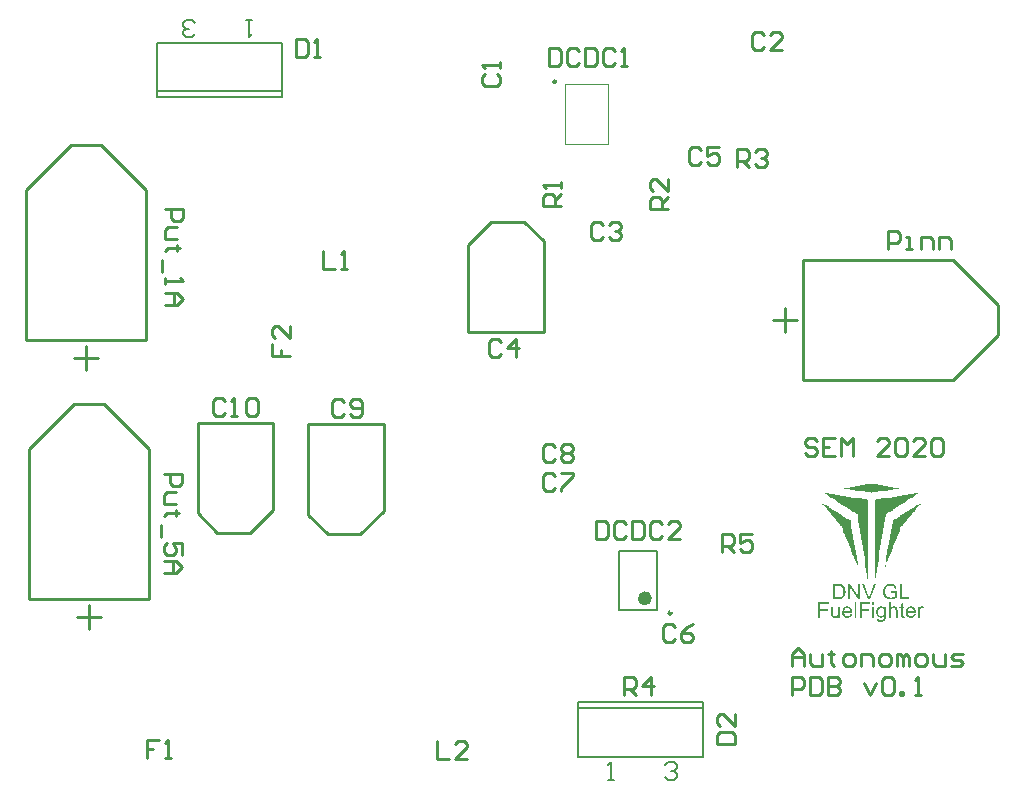
<source format=gbr>
%TF.GenerationSoftware,Altium Limited,Altium Designer,19.1.8 (144)*%
G04 Layer_Color=65535*
%FSLAX26Y26*%
%MOIN*%
%TF.FileFunction,Legend,Top*%
%TF.Part,Single*%
G01*
G75*
%TA.AperFunction,NonConductor*%
%ADD27C,0.010000*%
%ADD43C,0.023622*%
%ADD44C,0.009842*%
%ADD45C,0.007874*%
%ADD46C,0.003937*%
%ADD47C,0.005906*%
G36*
X2836779Y1000653D02*
X2854315D01*
Y997731D01*
X2871852D01*
Y994808D01*
X2889388D01*
Y991885D01*
X2906924D01*
Y988962D01*
X2924460D01*
Y986040D01*
X2906924D01*
Y983117D01*
X2889388D01*
Y980194D01*
X2871852D01*
Y977271D01*
X2854315D01*
Y974349D01*
X2836779D01*
Y971426D01*
X2830934D01*
Y974349D01*
X2813397D01*
Y977271D01*
X2795861D01*
Y980194D01*
X2778325D01*
Y983117D01*
X2760788D01*
Y986040D01*
X2743252D01*
Y988962D01*
X2760788D01*
Y991885D01*
X2778325D01*
Y994808D01*
X2795861D01*
Y997731D01*
X2813397D01*
Y1000653D01*
X2830934D01*
Y1003576D01*
X2836779D01*
Y1000653D01*
D02*
G37*
G36*
X2997528Y933431D02*
X2994606D01*
Y930508D01*
X2991683D01*
Y927585D01*
X2988760D01*
Y924663D01*
X2985837D01*
Y921740D01*
X2982915D01*
Y918817D01*
Y915894D01*
X2979992D01*
Y912972D01*
X2977069D01*
Y910049D01*
X2974146D01*
Y907126D01*
X2971224D01*
Y904204D01*
X2968301D01*
Y901281D01*
Y898358D01*
X2965378D01*
Y895436D01*
X2962456D01*
Y892513D01*
X2959533D01*
Y889590D01*
X2956610D01*
Y886667D01*
X2953688D01*
Y883745D01*
Y880822D01*
X2950765D01*
Y877899D01*
X2947842D01*
Y874976D01*
X2944919D01*
Y872054D01*
X2941997D01*
Y869131D01*
X2939074D01*
Y866208D01*
Y863286D01*
X2936151D01*
Y860363D01*
X2933229D01*
Y857440D01*
X2930306D01*
Y854518D01*
Y851595D01*
Y848672D01*
X2927383D01*
Y845749D01*
Y842827D01*
X2924460D01*
Y839904D01*
Y836981D01*
Y834058D01*
X2921538D01*
Y831136D01*
Y828213D01*
X2918615D01*
Y825290D01*
Y822368D01*
Y819445D01*
X2915692D01*
Y816522D01*
Y813600D01*
X2912769D01*
Y810677D01*
Y807754D01*
Y804831D01*
X2909847D01*
Y801909D01*
Y798986D01*
X2906924D01*
Y796063D01*
Y793140D01*
Y790218D01*
X2904001D01*
Y787295D01*
Y784372D01*
X2901079D01*
Y781450D01*
Y778527D01*
Y775604D01*
X2898156D01*
Y772681D01*
Y769759D01*
X2895233D01*
Y766836D01*
Y763913D01*
Y760991D01*
X2892311D01*
Y758068D01*
Y755145D01*
X2889388D01*
Y752222D01*
Y749300D01*
Y746377D01*
X2886465D01*
Y743454D01*
Y740532D01*
X2883542D01*
Y737609D01*
Y734686D01*
Y731763D01*
X2880620D01*
Y734686D01*
Y737609D01*
Y740532D01*
Y743454D01*
Y746377D01*
Y749300D01*
X2883542D01*
Y752222D01*
Y755145D01*
Y758068D01*
Y760991D01*
Y763913D01*
Y766836D01*
X2886465D01*
Y769759D01*
Y772681D01*
Y775604D01*
Y778527D01*
Y781450D01*
Y784372D01*
X2889388D01*
Y787295D01*
Y790218D01*
Y793140D01*
Y796063D01*
Y798986D01*
X2892311D01*
Y801909D01*
Y804831D01*
Y807754D01*
Y810677D01*
Y813600D01*
Y816522D01*
X2895233D01*
Y819445D01*
Y822368D01*
Y825290D01*
Y828213D01*
Y831136D01*
Y834058D01*
X2898156D01*
Y836981D01*
Y839904D01*
Y842827D01*
Y845749D01*
Y848672D01*
Y851595D01*
X2901079D01*
Y854518D01*
Y857440D01*
Y860363D01*
Y863286D01*
Y866208D01*
Y869131D01*
X2904001D01*
Y872054D01*
Y874976D01*
Y877899D01*
Y880822D01*
X2909847D01*
Y883745D01*
X2912769D01*
Y886667D01*
X2918615D01*
Y889590D01*
X2921538D01*
Y892513D01*
X2927383D01*
Y895436D01*
X2930306D01*
Y898358D01*
X2936151D01*
Y901281D01*
X2941997D01*
Y904204D01*
X2944919D01*
Y907126D01*
X2950765D01*
Y910049D01*
X2953688D01*
Y912972D01*
X2959533D01*
Y915894D01*
X2962456D01*
Y918817D01*
X2968301D01*
Y921740D01*
X2974146D01*
Y924663D01*
X2977069D01*
Y927585D01*
X2982915D01*
Y930508D01*
X2985837D01*
Y933431D01*
X2991683D01*
Y936354D01*
X2997528D01*
Y933431D01*
D02*
G37*
G36*
X2676030D02*
X2681875D01*
Y930508D01*
X2684798D01*
Y927585D01*
X2690643D01*
Y924663D01*
X2693566D01*
Y921740D01*
X2699411D01*
Y918817D01*
X2702334D01*
Y915894D01*
X2708180D01*
Y912972D01*
X2714025D01*
Y910049D01*
X2716948D01*
Y907126D01*
X2722793D01*
Y904204D01*
X2725716D01*
Y901281D01*
X2731561D01*
Y898358D01*
X2734484D01*
Y895436D01*
X2740329D01*
Y892513D01*
X2746175D01*
Y889590D01*
X2749097D01*
Y886667D01*
X2754943D01*
Y883745D01*
X2757866D01*
Y880822D01*
X2763711D01*
Y877899D01*
Y874976D01*
Y872054D01*
Y869131D01*
X2766634D01*
Y866208D01*
Y863286D01*
Y860363D01*
Y857440D01*
Y854518D01*
Y851595D01*
X2769557D01*
Y848672D01*
Y845749D01*
Y842827D01*
Y839904D01*
Y836981D01*
Y834058D01*
X2772479D01*
Y831136D01*
Y828213D01*
Y825290D01*
Y822368D01*
Y819445D01*
Y816522D01*
X2775402D01*
Y813600D01*
Y810677D01*
Y807754D01*
Y804831D01*
Y801909D01*
Y798986D01*
X2778325D01*
Y796063D01*
Y793140D01*
Y790218D01*
Y787295D01*
Y784372D01*
Y781450D01*
X2781247D01*
Y778527D01*
Y775604D01*
Y772681D01*
Y769759D01*
Y766836D01*
Y763913D01*
X2784170D01*
Y760991D01*
Y758068D01*
Y755145D01*
Y752222D01*
Y749300D01*
Y746377D01*
X2787093D01*
Y743454D01*
Y740532D01*
Y737609D01*
Y734686D01*
Y731763D01*
X2784170D01*
Y734686D01*
Y737609D01*
X2781247D01*
Y740532D01*
Y743454D01*
Y746377D01*
X2778325D01*
Y749300D01*
Y752222D01*
X2775402D01*
Y755145D01*
Y758068D01*
Y760991D01*
X2772479D01*
Y763913D01*
Y766836D01*
X2769557D01*
Y769759D01*
Y772681D01*
Y775604D01*
X2766634D01*
Y778527D01*
Y781450D01*
X2763711D01*
Y784372D01*
Y787295D01*
Y790218D01*
X2760788D01*
Y793140D01*
Y796063D01*
X2757866D01*
Y798986D01*
Y801909D01*
Y804831D01*
X2754943D01*
Y807754D01*
Y810677D01*
X2752020D01*
Y813600D01*
Y816522D01*
Y819445D01*
X2749097D01*
Y822368D01*
Y825290D01*
X2746175D01*
Y828213D01*
Y831136D01*
Y834058D01*
X2743252D01*
Y836981D01*
Y839904D01*
X2740329D01*
Y842827D01*
Y845749D01*
Y848672D01*
X2737407D01*
Y851595D01*
Y854518D01*
X2734484D01*
Y857440D01*
Y860363D01*
X2731561D01*
Y863286D01*
X2728639D01*
Y866208D01*
Y869131D01*
X2725716D01*
Y872054D01*
X2722793D01*
Y874976D01*
X2719870D01*
Y877899D01*
X2716948D01*
Y880822D01*
X2714025D01*
Y883745D01*
Y886667D01*
X2711102D01*
Y889590D01*
X2708180D01*
Y892513D01*
X2705257D01*
Y895436D01*
X2702334D01*
Y898358D01*
X2699411D01*
Y901281D01*
Y904204D01*
X2696489D01*
Y907126D01*
X2693566D01*
Y910049D01*
X2690643D01*
Y912972D01*
X2687720D01*
Y915894D01*
X2684798D01*
Y918817D01*
Y921740D01*
X2681875D01*
Y924663D01*
X2678952D01*
Y927585D01*
X2676030D01*
Y930508D01*
X2673107D01*
Y933431D01*
X2670184D01*
Y936354D01*
X2676030D01*
Y933431D01*
D02*
G37*
G36*
X2880620Y728841D02*
Y725918D01*
X2877697D01*
Y728841D01*
Y731763D01*
X2880620D01*
Y728841D01*
D02*
G37*
G36*
X2790015Y725918D02*
Y722995D01*
X2787093D01*
Y725918D01*
Y728841D01*
X2790015D01*
Y725918D01*
D02*
G37*
G36*
X2988760Y968503D02*
X2982915D01*
Y965581D01*
X2979992D01*
Y962658D01*
X2974146D01*
Y959735D01*
X2971224D01*
Y956812D01*
X2965378D01*
Y953890D01*
X2962456D01*
Y950967D01*
X2956610D01*
Y948044D01*
X2953688D01*
Y945122D01*
X2947842D01*
Y942199D01*
X2944919D01*
Y939276D01*
X2939074D01*
Y936354D01*
X2933229D01*
Y933431D01*
X2930306D01*
Y930508D01*
X2924460D01*
Y927585D01*
X2921538D01*
Y924663D01*
X2915692D01*
Y921740D01*
X2912769D01*
Y918817D01*
X2906924D01*
Y915894D01*
X2904001D01*
Y912972D01*
X2898156D01*
Y910049D01*
X2895233D01*
Y907126D01*
X2889388D01*
Y904204D01*
X2886465D01*
Y901281D01*
X2880620D01*
Y898358D01*
Y895436D01*
Y892513D01*
X2877697D01*
Y889590D01*
Y886667D01*
Y883745D01*
Y880822D01*
Y877899D01*
Y874976D01*
X2874774D01*
Y872054D01*
Y869131D01*
Y866208D01*
Y863286D01*
Y860363D01*
Y857440D01*
Y854518D01*
X2871852D01*
Y851595D01*
Y848672D01*
Y845749D01*
Y842827D01*
Y839904D01*
Y836981D01*
X2868929D01*
Y834058D01*
Y831136D01*
Y828213D01*
Y825290D01*
Y822368D01*
Y819445D01*
X2866006D01*
Y816522D01*
Y813600D01*
Y810677D01*
Y807754D01*
Y804831D01*
Y801909D01*
Y798986D01*
X2863083D01*
Y796063D01*
Y793140D01*
Y790218D01*
Y787295D01*
Y784372D01*
Y781450D01*
X2860161D01*
Y778527D01*
Y775604D01*
Y772681D01*
Y769759D01*
Y766836D01*
Y763913D01*
Y760991D01*
X2857238D01*
Y758068D01*
Y755145D01*
Y752222D01*
Y749300D01*
Y746377D01*
Y743454D01*
X2854315D01*
Y740532D01*
Y737609D01*
Y734686D01*
Y731763D01*
Y728841D01*
Y725918D01*
X2851393D01*
Y722995D01*
Y720073D01*
Y717150D01*
Y714227D01*
Y711304D01*
Y708382D01*
Y705459D01*
X2848470D01*
Y702536D01*
Y699614D01*
Y696691D01*
Y693768D01*
Y690845D01*
Y687923D01*
X2845547D01*
Y690845D01*
Y693768D01*
Y696691D01*
Y699614D01*
Y702536D01*
Y705459D01*
Y708382D01*
Y711304D01*
Y714227D01*
Y717150D01*
Y720073D01*
Y722995D01*
Y725918D01*
Y728841D01*
Y731763D01*
Y734686D01*
Y737609D01*
Y740532D01*
Y743454D01*
Y746377D01*
Y749300D01*
Y752222D01*
Y755145D01*
Y758068D01*
Y760991D01*
Y763913D01*
Y766836D01*
Y769759D01*
Y772681D01*
Y775604D01*
Y778527D01*
Y781450D01*
Y784372D01*
Y787295D01*
Y790218D01*
Y793140D01*
Y796063D01*
Y798986D01*
Y801909D01*
Y804831D01*
Y807754D01*
Y810677D01*
Y813600D01*
Y816522D01*
Y819445D01*
Y822368D01*
Y825290D01*
Y828213D01*
Y831136D01*
Y834058D01*
Y836981D01*
Y839904D01*
Y842827D01*
Y845749D01*
Y848672D01*
Y851595D01*
Y854518D01*
Y857440D01*
Y860363D01*
Y863286D01*
Y866208D01*
Y869131D01*
Y872054D01*
Y874976D01*
Y877899D01*
Y880822D01*
Y883745D01*
Y886667D01*
Y889590D01*
Y892513D01*
Y895436D01*
Y898358D01*
Y901281D01*
Y904204D01*
Y907126D01*
Y910049D01*
Y912972D01*
Y915894D01*
Y918817D01*
Y921740D01*
Y924663D01*
Y927585D01*
Y930508D01*
Y933431D01*
Y936354D01*
Y939276D01*
Y942199D01*
Y945122D01*
Y948044D01*
X2848470D01*
Y950967D01*
X2866006D01*
Y953890D01*
X2883542D01*
Y956812D01*
X2901079D01*
Y959735D01*
X2918615D01*
Y962658D01*
X2936151D01*
Y965581D01*
X2956610D01*
Y968503D01*
X2974146D01*
Y971426D01*
X2988760D01*
Y968503D01*
D02*
G37*
G36*
X2693566D02*
X2711102D01*
Y965581D01*
X2728639D01*
Y962658D01*
X2749097D01*
Y959735D01*
X2766634D01*
Y956812D01*
X2784170D01*
Y953890D01*
X2801706D01*
Y950967D01*
X2819243D01*
Y948044D01*
X2822165D01*
Y945122D01*
Y942199D01*
Y939276D01*
Y936354D01*
Y933431D01*
Y930508D01*
Y927585D01*
Y924663D01*
Y921740D01*
Y918817D01*
Y915894D01*
Y912972D01*
Y910049D01*
Y907126D01*
Y904204D01*
Y901281D01*
Y898358D01*
Y895436D01*
Y892513D01*
Y889590D01*
Y886667D01*
Y883745D01*
Y880822D01*
Y877899D01*
Y874976D01*
Y872054D01*
Y869131D01*
Y866208D01*
Y863286D01*
Y860363D01*
Y857440D01*
Y854518D01*
Y851595D01*
Y848672D01*
Y845749D01*
Y842827D01*
Y839904D01*
Y836981D01*
Y834058D01*
Y831136D01*
Y828213D01*
Y825290D01*
Y822368D01*
Y819445D01*
Y816522D01*
Y813600D01*
Y810677D01*
Y807754D01*
Y804831D01*
Y801909D01*
Y798986D01*
Y796063D01*
Y793140D01*
Y790218D01*
Y787295D01*
Y784372D01*
Y781450D01*
Y778527D01*
Y775604D01*
Y772681D01*
Y769759D01*
Y766836D01*
Y763913D01*
Y760991D01*
Y758068D01*
Y755145D01*
Y752222D01*
Y749300D01*
Y746377D01*
Y743454D01*
Y740532D01*
Y737609D01*
Y734686D01*
Y731763D01*
Y728841D01*
Y725918D01*
Y722995D01*
Y720073D01*
Y717150D01*
Y714227D01*
Y711304D01*
Y708382D01*
Y705459D01*
Y702536D01*
Y699614D01*
Y696691D01*
Y693768D01*
Y690845D01*
Y687923D01*
Y685000D01*
X2819243D01*
Y687923D01*
Y690845D01*
Y693768D01*
Y696691D01*
Y699614D01*
Y702536D01*
Y705459D01*
X2816320D01*
Y708382D01*
Y711304D01*
Y714227D01*
Y717150D01*
Y720073D01*
Y722995D01*
X2813397D01*
Y725918D01*
Y728841D01*
Y731763D01*
Y734686D01*
Y737609D01*
Y740532D01*
Y743454D01*
X2810474D01*
Y746377D01*
Y749300D01*
Y752222D01*
Y755145D01*
Y758068D01*
Y760991D01*
X2807552D01*
Y763913D01*
Y766836D01*
Y769759D01*
Y772681D01*
Y775604D01*
Y778527D01*
X2804629D01*
Y781450D01*
Y784372D01*
Y787295D01*
Y790218D01*
Y793140D01*
Y796063D01*
Y798986D01*
X2801706D01*
Y801909D01*
Y804831D01*
Y807754D01*
Y810677D01*
Y813600D01*
Y816522D01*
X2798784D01*
Y819445D01*
Y822368D01*
Y825290D01*
Y828213D01*
Y831136D01*
Y834058D01*
Y836981D01*
X2795861D01*
Y839904D01*
Y842827D01*
Y845749D01*
Y848672D01*
Y851595D01*
Y854518D01*
X2792938D01*
Y857440D01*
Y860363D01*
Y863286D01*
Y866208D01*
Y869131D01*
Y872054D01*
X2790015D01*
Y874976D01*
Y877899D01*
Y880822D01*
Y883745D01*
Y886667D01*
Y889590D01*
Y892513D01*
X2787093D01*
Y895436D01*
Y898358D01*
Y901281D01*
X2781247D01*
Y904204D01*
X2778325D01*
Y907126D01*
X2772479D01*
Y910049D01*
X2769557D01*
Y912972D01*
X2763711D01*
Y915894D01*
X2760788D01*
Y918817D01*
X2754943D01*
Y921740D01*
X2752020D01*
Y924663D01*
X2746175D01*
Y927585D01*
X2740329D01*
Y930508D01*
X2737407D01*
Y933431D01*
X2731561D01*
Y936354D01*
X2728639D01*
Y939276D01*
X2722793D01*
Y942199D01*
X2719870D01*
Y945122D01*
X2714025D01*
Y948044D01*
X2711102D01*
Y950967D01*
X2705257D01*
Y953890D01*
X2702334D01*
Y956812D01*
X2696489D01*
Y959735D01*
X2693566D01*
Y962658D01*
X2687720D01*
Y965581D01*
X2684798D01*
Y968503D01*
X2678952D01*
Y971426D01*
X2693566D01*
Y968503D01*
D02*
G37*
G36*
X2898776Y669465D02*
X2899359D01*
X2900744Y669319D01*
X2902275Y669100D01*
X2903879Y668736D01*
X2905629Y668298D01*
X2907305Y667715D01*
X2907378D01*
X2907524Y667642D01*
X2907743Y667569D01*
X2908034Y667423D01*
X2908836Y666986D01*
X2909857Y666476D01*
X2910950Y665747D01*
X2912117Y664872D01*
X2913210Y663924D01*
X2914231Y662758D01*
X2914377Y662612D01*
X2914668Y662174D01*
X2915106Y661518D01*
X2915689Y660571D01*
X2916272Y659404D01*
X2916928Y657946D01*
X2917584Y656342D01*
X2918095Y654520D01*
X2912044Y652916D01*
Y652989D01*
X2911971Y653062D01*
X2911898Y653281D01*
X2911825Y653572D01*
X2911606Y654228D01*
X2911315Y655103D01*
X2910877Y656124D01*
X2910367Y657072D01*
X2909857Y658092D01*
X2909201Y658967D01*
X2909128Y659040D01*
X2908909Y659331D01*
X2908472Y659696D01*
X2907961Y660206D01*
X2907305Y660789D01*
X2906430Y661373D01*
X2905483Y661956D01*
X2904389Y662466D01*
X2904244Y662539D01*
X2903879Y662685D01*
X2903223Y662904D01*
X2902348Y663195D01*
X2901327Y663414D01*
X2900161Y663633D01*
X2898849Y663778D01*
X2897464Y663851D01*
X2896662D01*
X2896297Y663778D01*
X2895860D01*
X2894767Y663705D01*
X2893527Y663487D01*
X2892142Y663268D01*
X2890830Y662904D01*
X2889518Y662393D01*
X2889372Y662320D01*
X2888934Y662174D01*
X2888351Y661810D01*
X2887622Y661446D01*
X2886747Y660862D01*
X2885800Y660279D01*
X2884925Y659550D01*
X2884123Y658748D01*
X2884050Y658675D01*
X2883759Y658384D01*
X2883394Y657873D01*
X2882957Y657290D01*
X2882446Y656561D01*
X2881936Y655686D01*
X2881426Y654739D01*
X2880916Y653718D01*
Y653645D01*
X2880843Y653499D01*
X2880770Y653281D01*
X2880624Y652916D01*
X2880478Y652479D01*
X2880332Y651968D01*
X2880114Y651385D01*
X2879968Y650729D01*
X2879603Y649198D01*
X2879312Y647449D01*
X2879093Y645626D01*
X2879020Y643585D01*
Y643512D01*
Y643293D01*
Y642929D01*
X2879093Y642491D01*
Y641908D01*
X2879166Y641179D01*
X2879239Y640450D01*
X2879312Y639648D01*
X2879603Y637826D01*
X2879968Y635931D01*
X2880551Y634035D01*
X2881280Y632213D01*
Y632140D01*
X2881426Y631994D01*
X2881499Y631775D01*
X2881717Y631484D01*
X2882228Y630682D01*
X2883030Y629661D01*
X2883977Y628568D01*
X2885144Y627474D01*
X2886529Y626453D01*
X2888060Y625506D01*
X2888133D01*
X2888278Y625433D01*
X2888497Y625287D01*
X2888862Y625141D01*
X2889226Y624995D01*
X2889736Y624850D01*
X2890903Y624412D01*
X2892361Y624048D01*
X2893965Y623683D01*
X2895714Y623392D01*
X2897537Y623319D01*
X2898266D01*
X2898703Y623392D01*
X2899140D01*
X2900234Y623538D01*
X2901546Y623683D01*
X2902931Y623975D01*
X2904462Y624412D01*
X2905993Y624923D01*
X2906066D01*
X2906212Y624995D01*
X2906358Y625068D01*
X2906649Y625214D01*
X2907451Y625579D01*
X2908326Y626016D01*
X2909347Y626526D01*
X2910440Y627110D01*
X2911461Y627766D01*
X2912335Y628495D01*
Y637972D01*
X2897464D01*
Y643949D01*
X2918896D01*
Y625214D01*
X2918823Y625141D01*
X2918678Y625068D01*
X2918386Y624850D01*
X2918022Y624558D01*
X2917584Y624266D01*
X2917074Y623902D01*
X2916418Y623465D01*
X2915762Y623027D01*
X2914231Y622080D01*
X2912481Y621059D01*
X2910659Y620111D01*
X2908690Y619309D01*
X2908617D01*
X2908472Y619236D01*
X2908180Y619163D01*
X2907816Y619018D01*
X2907305Y618872D01*
X2906722Y618653D01*
X2906066Y618507D01*
X2905410Y618362D01*
X2903806Y617997D01*
X2901984Y617633D01*
X2900015Y617414D01*
X2897974Y617341D01*
X2897245D01*
X2896735Y617414D01*
X2896079D01*
X2895277Y617487D01*
X2894402Y617633D01*
X2893454Y617706D01*
X2891340Y618143D01*
X2889080Y618653D01*
X2886747Y619455D01*
X2885581Y619893D01*
X2884415Y620476D01*
X2884342Y620549D01*
X2884123Y620621D01*
X2883831Y620840D01*
X2883394Y621059D01*
X2882884Y621423D01*
X2882374Y621788D01*
X2880988Y622808D01*
X2879530Y624121D01*
X2877999Y625725D01*
X2876541Y627547D01*
X2875229Y629661D01*
Y629734D01*
X2875084Y629953D01*
X2874938Y630244D01*
X2874719Y630755D01*
X2874500Y631265D01*
X2874282Y631994D01*
X2873990Y632723D01*
X2873698Y633598D01*
X2873407Y634545D01*
X2873115Y635639D01*
X2872896Y636732D01*
X2872678Y637899D01*
X2872313Y640450D01*
X2872168Y643148D01*
Y643221D01*
Y643512D01*
Y643877D01*
X2872240Y644387D01*
Y645043D01*
X2872313Y645845D01*
X2872459Y646647D01*
X2872532Y647595D01*
X2872751Y648615D01*
X2872896Y649709D01*
X2873480Y652041D01*
X2874209Y654447D01*
X2875229Y656853D01*
X2875302Y656926D01*
X2875375Y657144D01*
X2875521Y657436D01*
X2875812Y657873D01*
X2876104Y658457D01*
X2876469Y659040D01*
X2877489Y660425D01*
X2878729Y662029D01*
X2880259Y663560D01*
X2882009Y665091D01*
X2883030Y665747D01*
X2884050Y666403D01*
X2884123Y666476D01*
X2884342Y666548D01*
X2884633Y666694D01*
X2885071Y666913D01*
X2885654Y667132D01*
X2886310Y667423D01*
X2887039Y667715D01*
X2887914Y668006D01*
X2888862Y668298D01*
X2889882Y668517D01*
X2890976Y668808D01*
X2892142Y669027D01*
X2894694Y669392D01*
X2896006Y669537D01*
X2898339D01*
X2898776Y669465D01*
D02*
G37*
G36*
X2796060Y618216D02*
X2789134D01*
X2762745Y657801D01*
Y618216D01*
X2756329D01*
Y668663D01*
X2763182D01*
X2789645Y629005D01*
Y668663D01*
X2796060D01*
Y618216D01*
D02*
G37*
G36*
X2828573D02*
X2821575D01*
X2802038Y668663D01*
X2809328D01*
X2822450Y631994D01*
Y631921D01*
X2822523Y631775D01*
X2822595Y631557D01*
X2822741Y631265D01*
X2822814Y630827D01*
X2822960Y630390D01*
X2823325Y629297D01*
X2823762Y628057D01*
X2824199Y626672D01*
X2825074Y623756D01*
Y623829D01*
X2825147Y623975D01*
X2825220Y624194D01*
X2825293Y624485D01*
X2825512Y625287D01*
X2825876Y626381D01*
X2826240Y627620D01*
X2826678Y629005D01*
X2827188Y630463D01*
X2827771Y631994D01*
X2841477Y668663D01*
X2848256D01*
X2828573Y618216D01*
D02*
G37*
G36*
X2935153Y624194D02*
X2960012D01*
Y618216D01*
X2928446D01*
Y668663D01*
X2935153D01*
Y624194D01*
D02*
G37*
G36*
X2726222Y668590D02*
X2727680Y668517D01*
X2729138Y668371D01*
X2730596Y668152D01*
X2731835Y667934D01*
X2731908D01*
X2732054Y667861D01*
X2732272D01*
X2732564Y667715D01*
X2733366Y667496D01*
X2734387Y667132D01*
X2735553Y666621D01*
X2736792Y665965D01*
X2738032Y665236D01*
X2739198Y664289D01*
X2739271Y664216D01*
X2739344Y664143D01*
X2739562Y663924D01*
X2739854Y663705D01*
X2740583Y662976D01*
X2741458Y661956D01*
X2742405Y660716D01*
X2743426Y659259D01*
X2744374Y657582D01*
X2745176Y655686D01*
Y655614D01*
X2745249Y655468D01*
X2745394Y655176D01*
X2745467Y654739D01*
X2745686Y654228D01*
X2745832Y653645D01*
X2745978Y652989D01*
X2746196Y652187D01*
X2746415Y651385D01*
X2746561Y650438D01*
X2746925Y648396D01*
X2747144Y646136D01*
X2747217Y643658D01*
Y643585D01*
Y643439D01*
Y643075D01*
Y642710D01*
X2747144Y642200D01*
Y641617D01*
X2747071Y640232D01*
X2746852Y638628D01*
X2746634Y636951D01*
X2746269Y635202D01*
X2745832Y633452D01*
Y633379D01*
X2745759Y633233D01*
X2745686Y633014D01*
X2745613Y632723D01*
X2745322Y631921D01*
X2744884Y630900D01*
X2744447Y629734D01*
X2743863Y628568D01*
X2743135Y627328D01*
X2742405Y626162D01*
X2742333Y626016D01*
X2742041Y625652D01*
X2741604Y625141D01*
X2741020Y624485D01*
X2740364Y623756D01*
X2739562Y623027D01*
X2738760Y622225D01*
X2737813Y621569D01*
X2737667Y621496D01*
X2737375Y621278D01*
X2736865Y620986D01*
X2736136Y620621D01*
X2735261Y620184D01*
X2734241Y619820D01*
X2733074Y619382D01*
X2731762Y619018D01*
X2731616D01*
X2731398Y618945D01*
X2731179Y618872D01*
X2730450Y618799D01*
X2729429Y618653D01*
X2728263Y618507D01*
X2726878Y618362D01*
X2725347Y618289D01*
X2723670Y618216D01*
X2705518D01*
Y668663D01*
X2724910D01*
X2726222Y668590D01*
D02*
G37*
G36*
X2842206Y600180D02*
X2836009D01*
Y607252D01*
X2842206D01*
Y600180D01*
D02*
G37*
G36*
X3003533Y594130D02*
X3004335Y593984D01*
X3005283Y593692D01*
X3006303Y593328D01*
X3007470Y592817D01*
X3008709Y592161D01*
X3006449Y586475D01*
X3006376Y586548D01*
X3006085Y586694D01*
X3005647Y586913D01*
X3005064Y587131D01*
X3004408Y587350D01*
X3003606Y587569D01*
X3002804Y587714D01*
X3002002Y587787D01*
X3001638D01*
X3001273Y587714D01*
X3000763Y587641D01*
X3000253Y587496D01*
X2999597Y587277D01*
X2998941Y586985D01*
X2998357Y586548D01*
X2998285Y586475D01*
X2998066Y586329D01*
X2997847Y586038D01*
X2997483Y585673D01*
X2997118Y585163D01*
X2996754Y584580D01*
X2996389Y583924D01*
X2996097Y583122D01*
X2996025Y582976D01*
X2995952Y582538D01*
X2995806Y581882D01*
X2995587Y581008D01*
X2995369Y579914D01*
X2995223Y578675D01*
X2995150Y577363D01*
X2995077Y575905D01*
Y556805D01*
X2988880D01*
Y593401D01*
X2994494D01*
Y587860D01*
X2994567Y587933D01*
X2994858Y588443D01*
X2995223Y589100D01*
X2995806Y589901D01*
X2996389Y590703D01*
X2997045Y591578D01*
X2997701Y592307D01*
X2998357Y592890D01*
X2998430Y592963D01*
X2998649Y593109D01*
X2999086Y593328D01*
X2999524Y593546D01*
X3000107Y593765D01*
X3000836Y593984D01*
X3001565Y594130D01*
X3002367Y594202D01*
X3002877D01*
X3003533Y594130D01*
D02*
G37*
G36*
X2728336Y556805D02*
X2722795D01*
Y562126D01*
X2722722Y562054D01*
X2722577Y561835D01*
X2722358Y561543D01*
X2721994Y561179D01*
X2721556Y560741D01*
X2721046Y560158D01*
X2720463Y559648D01*
X2719734Y559065D01*
X2718932Y558481D01*
X2718057Y557971D01*
X2717109Y557461D01*
X2716089Y556951D01*
X2714922Y556586D01*
X2713756Y556294D01*
X2712444Y556076D01*
X2711131Y556003D01*
X2710621D01*
X2709965Y556076D01*
X2709163Y556149D01*
X2708215Y556294D01*
X2707195Y556513D01*
X2706174Y556805D01*
X2705081Y557242D01*
X2704935Y557315D01*
X2704643Y557461D01*
X2704133Y557753D01*
X2703550Y558117D01*
X2702821Y558554D01*
X2702165Y559065D01*
X2701509Y559648D01*
X2700925Y560304D01*
X2700852Y560377D01*
X2700707Y560668D01*
X2700488Y561033D01*
X2700196Y561616D01*
X2699832Y562272D01*
X2699540Y563074D01*
X2699249Y563949D01*
X2699030Y564897D01*
Y564970D01*
X2698957Y565261D01*
X2698884Y565699D01*
Y566282D01*
X2698811Y567157D01*
X2698738Y568104D01*
X2698666Y569344D01*
Y570729D01*
Y593401D01*
X2704862D01*
Y573062D01*
Y572989D01*
Y572843D01*
Y572624D01*
Y572260D01*
Y571458D01*
X2704935Y570437D01*
Y569344D01*
X2705008Y568250D01*
X2705081Y567302D01*
X2705227Y566500D01*
Y566428D01*
X2705372Y566136D01*
X2705518Y565699D01*
X2705737Y565115D01*
X2706101Y564532D01*
X2706539Y563876D01*
X2707049Y563293D01*
X2707705Y562710D01*
X2707778Y562637D01*
X2708070Y562491D01*
X2708434Y562272D01*
X2709017Y562054D01*
X2709673Y561762D01*
X2710475Y561543D01*
X2711350Y561398D01*
X2712371Y561325D01*
X2712881D01*
X2713391Y561398D01*
X2714047Y561470D01*
X2714849Y561689D01*
X2715724Y561908D01*
X2716672Y562272D01*
X2717619Y562710D01*
X2717765Y562783D01*
X2718057Y563001D01*
X2718494Y563293D01*
X2719005Y563730D01*
X2719588Y564313D01*
X2720171Y564970D01*
X2720681Y565699D01*
X2721119Y566573D01*
X2721192Y566719D01*
X2721265Y567011D01*
X2721410Y567594D01*
X2721629Y568396D01*
X2721848Y569417D01*
X2721994Y570656D01*
X2722066Y572114D01*
X2722139Y573790D01*
Y593401D01*
X2728336D01*
Y556805D01*
D02*
G37*
G36*
X2897099Y589172D02*
X2897172Y589245D01*
X2897318Y589391D01*
X2897537Y589610D01*
X2897901Y589974D01*
X2898266Y590339D01*
X2898776Y590776D01*
X2899432Y591214D01*
X2900088Y591724D01*
X2900817Y592161D01*
X2901619Y592599D01*
X2903515Y593401D01*
X2904535Y593765D01*
X2905629Y593984D01*
X2906795Y594130D01*
X2907961Y594202D01*
X2908617D01*
X2909419Y594130D01*
X2910367Y593984D01*
X2911461Y593838D01*
X2912627Y593546D01*
X2913793Y593109D01*
X2914960Y592599D01*
X2915106Y592526D01*
X2915470Y592307D01*
X2915980Y591943D01*
X2916637Y591432D01*
X2917293Y590776D01*
X2918022Y590047D01*
X2918678Y589172D01*
X2919261Y588152D01*
X2919334Y588006D01*
X2919480Y587641D01*
X2919698Y586985D01*
X2919917Y586038D01*
X2920136Y584871D01*
X2920354Y583486D01*
X2920500Y581809D01*
X2920573Y579914D01*
Y556805D01*
X2914377D01*
Y579987D01*
Y580060D01*
Y580206D01*
Y580424D01*
Y580716D01*
X2914304Y581518D01*
X2914158Y582538D01*
X2913866Y583632D01*
X2913502Y584726D01*
X2912992Y585819D01*
X2912335Y586694D01*
X2912262Y586767D01*
X2911971Y587058D01*
X2911534Y587423D01*
X2910877Y587787D01*
X2910075Y588225D01*
X2909128Y588516D01*
X2907961Y588808D01*
X2906649Y588881D01*
X2906212D01*
X2905702Y588808D01*
X2904972Y588735D01*
X2904244Y588516D01*
X2903369Y588298D01*
X2902494Y587933D01*
X2901546Y587423D01*
X2901473Y587350D01*
X2901182Y587131D01*
X2900744Y586840D01*
X2900234Y586402D01*
X2899651Y585819D01*
X2899068Y585163D01*
X2898557Y584361D01*
X2898120Y583486D01*
X2898047Y583340D01*
X2897974Y583049D01*
X2897828Y582466D01*
X2897610Y581737D01*
X2897391Y580789D01*
X2897245Y579622D01*
X2897172Y578310D01*
X2897099Y576779D01*
Y556805D01*
X2890903D01*
Y607252D01*
X2897099D01*
Y589172D01*
D02*
G37*
G36*
X2842206Y556805D02*
X2836009D01*
Y593401D01*
X2842206D01*
Y556805D01*
D02*
G37*
G36*
X2828136Y601274D02*
X2800726D01*
Y585673D01*
X2824418D01*
Y579695D01*
X2800726D01*
Y556805D01*
X2794019D01*
Y607252D01*
X2828136D01*
Y601274D01*
D02*
G37*
G36*
X2783302Y556805D02*
X2777106D01*
Y607252D01*
X2783302D01*
Y556805D01*
D02*
G37*
G36*
X2690938Y601274D02*
X2663528D01*
Y585673D01*
X2687220D01*
Y579695D01*
X2663528D01*
Y556805D01*
X2656821D01*
Y607252D01*
X2690938D01*
Y601274D01*
D02*
G37*
G36*
X2937340Y593401D02*
X2943610D01*
Y588589D01*
X2937340D01*
Y567084D01*
Y566938D01*
Y566646D01*
Y566209D01*
X2937413Y565699D01*
X2937486Y564532D01*
X2937559Y564022D01*
X2937632Y563657D01*
X2937705Y563512D01*
X2937923Y563220D01*
X2938215Y562856D01*
X2938725Y562491D01*
X2938871Y562418D01*
X2939235Y562272D01*
X2939892Y562126D01*
X2940839Y562054D01*
X2941568D01*
X2941933Y562126D01*
X2942443D01*
X2943026Y562199D01*
X2943610Y562272D01*
X2944411Y556805D01*
X2944266D01*
X2943974Y556732D01*
X2943464Y556659D01*
X2942808Y556586D01*
X2942079Y556440D01*
X2941277Y556367D01*
X2939673Y556294D01*
X2939090D01*
X2938506Y556367D01*
X2937778Y556440D01*
X2936903Y556513D01*
X2936028Y556732D01*
X2935226Y556951D01*
X2934424Y557315D01*
X2934351Y557388D01*
X2934133Y557534D01*
X2933841Y557753D01*
X2933403Y558117D01*
X2933039Y558481D01*
X2932602Y558992D01*
X2932164Y559502D01*
X2931873Y560158D01*
Y560231D01*
X2931727Y560523D01*
X2931654Y561033D01*
X2931508Y561762D01*
X2931362Y562710D01*
X2931289Y563293D01*
Y563949D01*
X2931216Y564751D01*
X2931144Y565553D01*
Y566428D01*
Y567448D01*
Y588589D01*
X2926551D01*
Y593401D01*
X2931144D01*
Y602440D01*
X2937340Y606158D01*
Y593401D01*
D02*
G37*
G36*
X2965917Y594130D02*
X2966500Y594057D01*
X2967229Y593911D01*
X2968031Y593765D01*
X2968979Y593546D01*
X2969854Y593328D01*
X2970874Y592963D01*
X2971822Y592599D01*
X2972842Y592088D01*
X2973863Y591505D01*
X2974884Y590849D01*
X2975831Y590047D01*
X2976706Y589172D01*
X2976779Y589100D01*
X2976925Y588954D01*
X2977144Y588662D01*
X2977435Y588225D01*
X2977800Y587714D01*
X2978164Y587131D01*
X2978602Y586402D01*
X2979039Y585527D01*
X2979476Y584580D01*
X2979914Y583559D01*
X2980278Y582393D01*
X2980643Y581153D01*
X2980934Y579768D01*
X2981153Y578310D01*
X2981299Y576779D01*
X2981372Y575103D01*
Y575030D01*
Y574738D01*
Y574228D01*
X2981299Y573499D01*
X2953961D01*
Y573426D01*
Y573207D01*
X2954034Y572916D01*
Y572478D01*
X2954107Y571968D01*
X2954253Y571385D01*
X2954472Y570073D01*
X2954909Y568615D01*
X2955492Y567011D01*
X2956294Y565553D01*
X2957315Y564241D01*
X2957388D01*
X2957461Y564095D01*
X2957898Y563730D01*
X2958554Y563220D01*
X2959429Y562710D01*
X2960595Y562126D01*
X2961907Y561616D01*
X2963365Y561252D01*
X2964167Y561179D01*
X2965042Y561106D01*
X2965625D01*
X2966281Y561179D01*
X2967083Y561325D01*
X2967958Y561543D01*
X2968979Y561835D01*
X2969926Y562272D01*
X2970874Y562856D01*
X2970947Y562928D01*
X2971311Y563220D01*
X2971749Y563657D01*
X2972259Y564241D01*
X2972842Y565043D01*
X2973499Y566063D01*
X2974155Y567230D01*
X2974738Y568615D01*
X2981153Y567813D01*
Y567740D01*
X2981080Y567594D01*
X2981007Y567302D01*
X2980861Y566865D01*
X2980643Y566428D01*
X2980424Y565844D01*
X2979841Y564605D01*
X2979112Y563220D01*
X2978091Y561762D01*
X2976925Y560377D01*
X2975467Y559065D01*
X2975394D01*
X2975248Y558919D01*
X2975029Y558773D01*
X2974738Y558554D01*
X2974300Y558336D01*
X2973863Y558117D01*
X2973280Y557825D01*
X2972624Y557534D01*
X2971895Y557242D01*
X2971166Y556951D01*
X2969343Y556513D01*
X2967302Y556149D01*
X2965042Y556003D01*
X2964240D01*
X2963730Y556076D01*
X2963074Y556149D01*
X2962272Y556294D01*
X2961397Y556440D01*
X2960449Y556586D01*
X2958408Y557169D01*
X2957315Y557607D01*
X2956294Y558044D01*
X2955201Y558627D01*
X2954180Y559283D01*
X2953232Y560012D01*
X2952285Y560887D01*
X2952212Y560960D01*
X2952066Y561106D01*
X2951847Y561398D01*
X2951556Y561835D01*
X2951191Y562345D01*
X2950827Y562928D01*
X2950389Y563657D01*
X2949952Y564459D01*
X2949514Y565407D01*
X2949077Y566428D01*
X2948713Y567594D01*
X2948348Y568833D01*
X2948056Y570145D01*
X2947838Y571604D01*
X2947692Y573134D01*
X2947619Y574738D01*
Y574811D01*
Y575176D01*
Y575613D01*
X2947692Y576269D01*
X2947765Y577071D01*
X2947838Y577946D01*
X2947983Y578966D01*
X2948202Y579987D01*
X2948785Y582320D01*
X2949150Y583486D01*
X2949587Y584726D01*
X2950171Y585892D01*
X2950827Y586985D01*
X2951556Y588079D01*
X2952358Y589100D01*
X2952430Y589172D01*
X2952576Y589318D01*
X2952868Y589537D01*
X2953232Y589901D01*
X2953670Y590266D01*
X2954253Y590703D01*
X2954909Y591214D01*
X2955711Y591651D01*
X2956513Y592161D01*
X2957461Y592599D01*
X2958481Y593036D01*
X2959575Y593401D01*
X2960741Y593765D01*
X2961980Y593984D01*
X2963293Y594130D01*
X2964678Y594202D01*
X2965407D01*
X2965917Y594130D01*
D02*
G37*
G36*
X2754215D02*
X2754798Y594057D01*
X2755528Y593911D01*
X2756329Y593765D01*
X2757277Y593546D01*
X2758152Y593328D01*
X2759173Y592963D01*
X2760120Y592599D01*
X2761141Y592088D01*
X2762161Y591505D01*
X2763182Y590849D01*
X2764130Y590047D01*
X2765005Y589172D01*
X2765077Y589100D01*
X2765223Y588954D01*
X2765442Y588662D01*
X2765733Y588225D01*
X2766098Y587714D01*
X2766463Y587131D01*
X2766900Y586402D01*
X2767337Y585527D01*
X2767775Y584580D01*
X2768212Y583559D01*
X2768577Y582393D01*
X2768941Y581153D01*
X2769233Y579768D01*
X2769451Y578310D01*
X2769597Y576779D01*
X2769670Y575103D01*
Y575030D01*
Y574738D01*
Y574228D01*
X2769597Y573499D01*
X2742260D01*
Y573426D01*
Y573207D01*
X2742333Y572916D01*
Y572478D01*
X2742405Y571968D01*
X2742551Y571385D01*
X2742770Y570073D01*
X2743207Y568615D01*
X2743791Y567011D01*
X2744593Y565553D01*
X2745613Y564241D01*
X2745686D01*
X2745759Y564095D01*
X2746196Y563730D01*
X2746852Y563220D01*
X2747727Y562710D01*
X2748894Y562126D01*
X2750206Y561616D01*
X2751664Y561252D01*
X2752466Y561179D01*
X2753340Y561106D01*
X2753924D01*
X2754580Y561179D01*
X2755382Y561325D01*
X2756256Y561543D01*
X2757277Y561835D01*
X2758225Y562272D01*
X2759173Y562856D01*
X2759245Y562928D01*
X2759610Y563220D01*
X2760047Y563657D01*
X2760558Y564241D01*
X2761141Y565043D01*
X2761797Y566063D01*
X2762453Y567230D01*
X2763036Y568615D01*
X2769451Y567813D01*
Y567740D01*
X2769378Y567594D01*
X2769306Y567302D01*
X2769160Y566865D01*
X2768941Y566428D01*
X2768722Y565844D01*
X2768139Y564605D01*
X2767410Y563220D01*
X2766390Y561762D01*
X2765223Y560377D01*
X2763765Y559065D01*
X2763692D01*
X2763546Y558919D01*
X2763328Y558773D01*
X2763036Y558554D01*
X2762599Y558336D01*
X2762161Y558117D01*
X2761578Y557825D01*
X2760922Y557534D01*
X2760193Y557242D01*
X2759464Y556951D01*
X2757642Y556513D01*
X2755600Y556149D01*
X2753340Y556003D01*
X2752539D01*
X2752028Y556076D01*
X2751372Y556149D01*
X2750570Y556294D01*
X2749695Y556440D01*
X2748748Y556586D01*
X2746707Y557169D01*
X2745613Y557607D01*
X2744593Y558044D01*
X2743499Y558627D01*
X2742478Y559283D01*
X2741531Y560012D01*
X2740583Y560887D01*
X2740510Y560960D01*
X2740364Y561106D01*
X2740146Y561398D01*
X2739854Y561835D01*
X2739490Y562345D01*
X2739125Y562928D01*
X2738688Y563657D01*
X2738250Y564459D01*
X2737813Y565407D01*
X2737375Y566428D01*
X2737011Y567594D01*
X2736646Y568833D01*
X2736355Y570145D01*
X2736136Y571604D01*
X2735990Y573134D01*
X2735917Y574738D01*
Y574811D01*
Y575176D01*
Y575613D01*
X2735990Y576269D01*
X2736063Y577071D01*
X2736136Y577946D01*
X2736282Y578966D01*
X2736501Y579987D01*
X2737084Y582320D01*
X2737448Y583486D01*
X2737886Y584726D01*
X2738469Y585892D01*
X2739125Y586985D01*
X2739854Y588079D01*
X2740656Y589100D01*
X2740729Y589172D01*
X2740875Y589318D01*
X2741166Y589537D01*
X2741531Y589901D01*
X2741968Y590266D01*
X2742551Y590703D01*
X2743207Y591214D01*
X2744009Y591651D01*
X2744811Y592161D01*
X2745759Y592599D01*
X2746780Y593036D01*
X2747873Y593401D01*
X2749039Y593765D01*
X2750279Y593984D01*
X2751591Y594130D01*
X2752976Y594202D01*
X2753705D01*
X2754215Y594130D01*
D02*
G37*
G36*
X2866190D02*
X2866700Y594057D01*
X2867356Y593911D01*
X2868085Y593765D01*
X2868887Y593546D01*
X2869689Y593255D01*
X2870564Y592890D01*
X2871439Y592453D01*
X2872386Y591943D01*
X2873261Y591359D01*
X2874136Y590630D01*
X2875011Y589828D01*
X2875812Y588881D01*
Y593401D01*
X2881499D01*
Y561762D01*
Y561689D01*
Y561398D01*
Y560960D01*
Y560377D01*
X2881426Y559721D01*
Y558919D01*
X2881353Y558044D01*
X2881280Y557096D01*
X2881061Y555128D01*
X2880770Y553087D01*
X2880551Y552139D01*
X2880332Y551264D01*
X2880041Y550462D01*
X2879749Y549734D01*
Y549661D01*
X2879676Y549588D01*
X2879385Y549150D01*
X2879020Y548494D01*
X2878437Y547692D01*
X2877635Y546817D01*
X2876687Y545870D01*
X2875521Y544922D01*
X2874209Y544120D01*
X2874136D01*
X2874063Y544047D01*
X2873844Y543902D01*
X2873553Y543829D01*
X2873188Y543610D01*
X2872751Y543464D01*
X2871657Y543100D01*
X2870345Y542662D01*
X2868741Y542371D01*
X2866919Y542079D01*
X2864950Y542006D01*
X2864294D01*
X2863857Y542079D01*
X2863274D01*
X2862691Y542152D01*
X2861961Y542225D01*
X2861160Y542371D01*
X2859483Y542735D01*
X2857733Y543245D01*
X2855984Y543974D01*
X2854380Y544995D01*
X2854307Y545068D01*
X2854234Y545141D01*
X2853724Y545578D01*
X2853141Y546234D01*
X2852412Y547182D01*
X2851683Y548421D01*
X2851026Y549952D01*
X2850808Y550827D01*
X2850662Y551775D01*
X2850516Y552722D01*
Y553816D01*
X2856567Y553014D01*
Y552868D01*
X2856640Y552577D01*
X2856786Y552066D01*
X2856931Y551410D01*
X2857223Y550754D01*
X2857588Y550098D01*
X2858025Y549442D01*
X2858608Y548932D01*
X2858754Y548859D01*
X2859046Y548640D01*
X2859556Y548348D01*
X2860285Y548057D01*
X2861160Y547692D01*
X2862253Y547401D01*
X2863565Y547182D01*
X2864950Y547109D01*
X2865679D01*
X2866408Y547182D01*
X2867429Y547328D01*
X2868450Y547547D01*
X2869543Y547838D01*
X2870637Y548275D01*
X2871584Y548859D01*
X2871657Y548932D01*
X2871949Y549150D01*
X2872386Y549588D01*
X2872896Y550098D01*
X2873407Y550827D01*
X2873917Y551629D01*
X2874427Y552577D01*
X2874792Y553670D01*
Y553743D01*
X2874865Y554035D01*
X2874938Y554618D01*
X2875011Y555347D01*
X2875084Y555857D01*
Y556440D01*
X2875156Y557096D01*
Y557825D01*
Y558627D01*
X2875229Y559575D01*
Y560523D01*
Y561616D01*
X2875156Y561543D01*
X2875011Y561398D01*
X2874792Y561179D01*
X2874500Y560887D01*
X2874136Y560523D01*
X2873626Y560085D01*
X2873042Y559648D01*
X2872459Y559211D01*
X2870928Y558336D01*
X2869251Y557534D01*
X2868304Y557242D01*
X2867283Y557024D01*
X2866190Y556878D01*
X2865096Y556805D01*
X2864732D01*
X2864367Y556878D01*
X2863857D01*
X2863201Y556951D01*
X2862472Y557096D01*
X2861670Y557242D01*
X2860795Y557461D01*
X2859847Y557753D01*
X2858900Y558117D01*
X2857952Y558554D01*
X2856931Y559065D01*
X2855984Y559721D01*
X2855036Y560450D01*
X2854161Y561252D01*
X2853359Y562199D01*
X2853286Y562272D01*
X2853213Y562418D01*
X2852995Y562783D01*
X2852703Y563147D01*
X2852412Y563730D01*
X2852047Y564313D01*
X2851683Y565043D01*
X2851318Y565917D01*
X2850954Y566792D01*
X2850589Y567813D01*
X2850225Y568833D01*
X2849933Y570000D01*
X2849423Y572478D01*
X2849350Y573863D01*
X2849277Y575249D01*
Y575321D01*
Y575467D01*
Y575759D01*
Y576123D01*
X2849350Y576634D01*
Y577144D01*
X2849496Y578456D01*
X2849714Y579914D01*
X2850079Y581518D01*
X2850516Y583195D01*
X2851172Y584871D01*
Y584944D01*
X2851245Y585090D01*
X2851391Y585309D01*
X2851537Y585600D01*
X2851974Y586402D01*
X2852557Y587423D01*
X2853359Y588516D01*
X2854307Y589610D01*
X2855401Y590776D01*
X2856640Y591724D01*
X2856713D01*
X2856786Y591797D01*
X2857004Y591943D01*
X2857296Y592088D01*
X2858025Y592526D01*
X2859046Y592963D01*
X2860285Y593401D01*
X2861743Y593838D01*
X2863347Y594130D01*
X2865096Y594202D01*
X2865752D01*
X2866190Y594130D01*
D02*
G37*
%LPC*%
G36*
X2723889Y662685D02*
X2712225D01*
Y624194D01*
X2724180D01*
X2724691Y624266D01*
X2725784Y624339D01*
X2727024Y624412D01*
X2728336Y624558D01*
X2729648Y624777D01*
X2730742Y625068D01*
X2730887Y625141D01*
X2731252Y625214D01*
X2731762Y625433D01*
X2732418Y625725D01*
X2733147Y626162D01*
X2733876Y626599D01*
X2734605Y627110D01*
X2735334Y627693D01*
X2735407Y627839D01*
X2735699Y628130D01*
X2736136Y628640D01*
X2736646Y629370D01*
X2737230Y630317D01*
X2737886Y631411D01*
X2738469Y632650D01*
X2738979Y634035D01*
Y634108D01*
X2739052Y634254D01*
X2739125Y634472D01*
X2739198Y634764D01*
X2739271Y635129D01*
X2739417Y635639D01*
X2739562Y636149D01*
X2739708Y636732D01*
X2739927Y638190D01*
X2740146Y639867D01*
X2740291Y641763D01*
X2740364Y643804D01*
Y643877D01*
Y644168D01*
Y644533D01*
X2740291Y645116D01*
Y645772D01*
X2740218Y646501D01*
X2740146Y647376D01*
X2740073Y648251D01*
X2739708Y650219D01*
X2739271Y652260D01*
X2738615Y654155D01*
X2738177Y655103D01*
X2737740Y655905D01*
Y655978D01*
X2737594Y656124D01*
X2737448Y656342D01*
X2737302Y656634D01*
X2736719Y657363D01*
X2735990Y658238D01*
X2735043Y659186D01*
X2733949Y660133D01*
X2732710Y660935D01*
X2731398Y661591D01*
X2731252Y661664D01*
X2730887Y661737D01*
X2730231Y661956D01*
X2729284Y662174D01*
X2728117Y662320D01*
X2726659Y662539D01*
X2725784Y662612D01*
X2724837D01*
X2723889Y662685D01*
D02*
G37*
G36*
X2964751Y589100D02*
X2964313D01*
X2964021Y589027D01*
X2963220Y588954D01*
X2962272Y588735D01*
X2961106Y588370D01*
X2959866Y587860D01*
X2958700Y587131D01*
X2957533Y586183D01*
X2957388Y586038D01*
X2957096Y585673D01*
X2956586Y585017D01*
X2956075Y584142D01*
X2955492Y583122D01*
X2954982Y581809D01*
X2954544Y580279D01*
X2954326Y578602D01*
X2974811D01*
Y578675D01*
Y578821D01*
X2974738Y579039D01*
Y579331D01*
X2974592Y580206D01*
X2974373Y581153D01*
X2974009Y582320D01*
X2973644Y583413D01*
X2973061Y584507D01*
X2972405Y585455D01*
Y585527D01*
X2972259Y585600D01*
X2971895Y586038D01*
X2971239Y586621D01*
X2970364Y587277D01*
X2969270Y587933D01*
X2967958Y588516D01*
X2966427Y588954D01*
X2965625Y589027D01*
X2964751Y589100D01*
D02*
G37*
G36*
X2753049D02*
X2752611D01*
X2752320Y589027D01*
X2751518Y588954D01*
X2750570Y588735D01*
X2749404Y588370D01*
X2748165Y587860D01*
X2746998Y587131D01*
X2745832Y586183D01*
X2745686Y586038D01*
X2745394Y585673D01*
X2744884Y585017D01*
X2744374Y584142D01*
X2743791Y583122D01*
X2743280Y581809D01*
X2742843Y580279D01*
X2742624Y578602D01*
X2763109D01*
Y578675D01*
Y578821D01*
X2763036Y579039D01*
Y579331D01*
X2762890Y580206D01*
X2762672Y581153D01*
X2762307Y582320D01*
X2761943Y583413D01*
X2761360Y584507D01*
X2760703Y585455D01*
Y585527D01*
X2760558Y585600D01*
X2760193Y586038D01*
X2759537Y586621D01*
X2758662Y587277D01*
X2757569Y587933D01*
X2756256Y588516D01*
X2754726Y588954D01*
X2753924Y589027D01*
X2753049Y589100D01*
D02*
G37*
G36*
X2866336D02*
X2865169D01*
X2864878Y589027D01*
X2864076Y588954D01*
X2863128Y588662D01*
X2861961Y588298D01*
X2860795Y587641D01*
X2859629Y586840D01*
X2859046Y586256D01*
X2858462Y585673D01*
Y585600D01*
X2858316Y585527D01*
X2858171Y585309D01*
X2858025Y585017D01*
X2857806Y584726D01*
X2857588Y584288D01*
X2857296Y583778D01*
X2857077Y583195D01*
X2856786Y582538D01*
X2856494Y581737D01*
X2856275Y580935D01*
X2856057Y580060D01*
X2855911Y579039D01*
X2855765Y578019D01*
X2855619Y576925D01*
Y575686D01*
Y575613D01*
Y575394D01*
Y575030D01*
X2855692Y574519D01*
Y573936D01*
X2855765Y573207D01*
X2855984Y571676D01*
X2856348Y569927D01*
X2856786Y568250D01*
X2857515Y566573D01*
X2857952Y565844D01*
X2858462Y565188D01*
X2858608Y565043D01*
X2858973Y564678D01*
X2859556Y564168D01*
X2860431Y563585D01*
X2861451Y562928D01*
X2862691Y562418D01*
X2864076Y562054D01*
X2864805Y561981D01*
X2865606Y561908D01*
X2866044D01*
X2866336Y561981D01*
X2867137Y562054D01*
X2868158Y562345D01*
X2869251Y562710D01*
X2870491Y563293D01*
X2871657Y564095D01*
X2872240Y564605D01*
X2872824Y565188D01*
Y565261D01*
X2872969Y565334D01*
X2873115Y565553D01*
X2873261Y565844D01*
X2873480Y566136D01*
X2873771Y566573D01*
X2873990Y567084D01*
X2874282Y567740D01*
X2874573Y568396D01*
X2874792Y569125D01*
X2875084Y570000D01*
X2875302Y570947D01*
X2875448Y571895D01*
X2875594Y572989D01*
X2875740Y574228D01*
Y575467D01*
Y575540D01*
Y575759D01*
Y576123D01*
X2875667Y576561D01*
Y577144D01*
X2875594Y577800D01*
X2875375Y579258D01*
X2875011Y580935D01*
X2874500Y582611D01*
X2873771Y584288D01*
X2873261Y585017D01*
X2872751Y585673D01*
Y585746D01*
X2872605Y585819D01*
X2872240Y586183D01*
X2871584Y586767D01*
X2870709Y587423D01*
X2869689Y588006D01*
X2868450Y588589D01*
X2867064Y588954D01*
X2866336Y589100D01*
D02*
G37*
%LPD*%
D27*
X1781102Y2343268D02*
G03*
X1781102Y2343268I-3937J0D01*
G01*
X587244Y904528D02*
Y1206213D01*
X762441Y838583D02*
X839213Y915354D01*
Y1206213D01*
X587244D02*
X839213D01*
X653189Y838583D02*
X762441D01*
X587244Y904528D02*
X653189Y838583D01*
X955079Y900315D02*
Y1202000D01*
X1130276Y834370D02*
X1207047Y911141D01*
Y1202000D01*
X955079D02*
X1207047D01*
X1021024Y834370D02*
X1130276D01*
X955079Y900315D02*
X1021024Y834370D01*
X1742087Y1508787D02*
Y1810472D01*
X1490118Y1799646D02*
X1566890Y1876417D01*
X1490118Y1508787D02*
Y1799646D01*
Y1508787D02*
X1742087D01*
X1566890Y1876417D02*
X1676142D01*
X1742087Y1810472D01*
X25000Y618465D02*
X425000D01*
X25000D02*
Y1118465D01*
X175000Y1268465D01*
X275000D01*
X425000Y1118465D01*
Y618465D02*
Y1118465D01*
X185000Y558622D02*
X265000D01*
X225000Y518622D02*
Y598622D01*
X15000Y1483465D02*
X415000D01*
X15000D02*
Y1983465D01*
X165000Y2133465D01*
X265000D01*
X415000Y1983465D01*
Y1483465D02*
Y1983465D01*
X175000Y1423622D02*
X255000D01*
X215000Y1383622D02*
Y1463622D01*
X2605630Y1350000D02*
Y1750000D01*
X3105630D01*
X3255630Y1600000D01*
Y1500000D02*
Y1600000D01*
X3105630Y1350000D02*
X3255630Y1500000D01*
X2605630Y1350000D02*
X3105630D01*
X2545787Y1510000D02*
Y1590000D01*
X2505787Y1550000D02*
X2585787D01*
X2570000Y395977D02*
Y435964D01*
X2589994Y455957D01*
X2609987Y435964D01*
Y395977D01*
Y425967D01*
X2570000D01*
X2629981Y435964D02*
Y405974D01*
X2639977Y395977D01*
X2669968D01*
Y435964D01*
X2699958Y445961D02*
Y435964D01*
X2689961D01*
X2709955D01*
X2699958D01*
Y405974D01*
X2709955Y395977D01*
X2749942D02*
X2769935D01*
X2779932Y405974D01*
Y425967D01*
X2769935Y435964D01*
X2749942D01*
X2739945Y425967D01*
Y405974D01*
X2749942Y395977D01*
X2799926D02*
Y435964D01*
X2829916D01*
X2839913Y425967D01*
Y395977D01*
X2869903D02*
X2889896D01*
X2899893Y405974D01*
Y425967D01*
X2889896Y435964D01*
X2869903D01*
X2859906Y425967D01*
Y405974D01*
X2869903Y395977D01*
X2919887D02*
Y435964D01*
X2929884D01*
X2939880Y425967D01*
Y395977D01*
Y425967D01*
X2949877Y435964D01*
X2959874Y425967D01*
Y395977D01*
X2989864D02*
X3009858D01*
X3019854Y405974D01*
Y425967D01*
X3009858Y435964D01*
X2989864D01*
X2979867Y425967D01*
Y405974D01*
X2989864Y395977D01*
X3039848Y435964D02*
Y405974D01*
X3049845Y395977D01*
X3079835D01*
Y435964D01*
X3099829Y395977D02*
X3129819D01*
X3139816Y405974D01*
X3129819Y415970D01*
X3109825D01*
X3099829Y425967D01*
X3109825Y435964D01*
X3139816D01*
X2570000Y300000D02*
Y359981D01*
X2599990D01*
X2609987Y349984D01*
Y329990D01*
X2599990Y319993D01*
X2570000D01*
X2629981Y359981D02*
Y300000D01*
X2659971D01*
X2669968Y309997D01*
Y349984D01*
X2659971Y359981D01*
X2629981D01*
X2689961D02*
Y300000D01*
X2719952D01*
X2729948Y309997D01*
Y319993D01*
X2719952Y329990D01*
X2689961D01*
X2719952D01*
X2729948Y339987D01*
Y349984D01*
X2719952Y359981D01*
X2689961D01*
X2809922Y339987D02*
X2829916Y300000D01*
X2849910Y339987D01*
X2869903Y349984D02*
X2879900Y359981D01*
X2899893D01*
X2909890Y349984D01*
Y309997D01*
X2899893Y300000D01*
X2879900D01*
X2869903Y309997D01*
Y349984D01*
X2929884Y300000D02*
Y309997D01*
X2939880D01*
Y300000D01*
X2929884D01*
X2979867D02*
X2999861D01*
X2989864D01*
Y359981D01*
X2979867Y349984D01*
X2652153Y1144984D02*
X2642156Y1154981D01*
X2622162D01*
X2612165Y1144984D01*
Y1134987D01*
X2622162Y1124990D01*
X2642156D01*
X2652153Y1114994D01*
Y1104997D01*
X2642156Y1095000D01*
X2622162D01*
X2612165Y1104997D01*
X2712133Y1154981D02*
X2672146D01*
Y1095000D01*
X2712133D01*
X2672146Y1124990D02*
X2692140D01*
X2732127Y1095000D02*
Y1154981D01*
X2752120Y1134987D01*
X2772114Y1154981D01*
Y1095000D01*
X2892075D02*
X2852088D01*
X2892075Y1134987D01*
Y1144984D01*
X2882078Y1154981D01*
X2862085D01*
X2852088Y1144984D01*
X2912068D02*
X2922065Y1154981D01*
X2942059D01*
X2952055Y1144984D01*
Y1104997D01*
X2942059Y1095000D01*
X2922065D01*
X2912068Y1104997D01*
Y1144984D01*
X3012036Y1095000D02*
X2972049D01*
X3012036Y1134987D01*
Y1144984D01*
X3002039Y1154981D01*
X2982046D01*
X2972049Y1144984D01*
X3032030D02*
X3042026Y1154981D01*
X3062020D01*
X3072017Y1144984D01*
Y1104997D01*
X3062020Y1095000D01*
X3042026D01*
X3032030Y1104997D01*
Y1144984D01*
X2335000Y775000D02*
Y834981D01*
X2364990D01*
X2374987Y824984D01*
Y804990D01*
X2364990Y794994D01*
X2335000D01*
X2354994D02*
X2374987Y775000D01*
X2434968Y834981D02*
X2394981D01*
Y804990D01*
X2414974Y814987D01*
X2424971D01*
X2434968Y804990D01*
Y784997D01*
X2424971Y775000D01*
X2404977D01*
X2394981Y784997D01*
X2010000Y300000D02*
Y359981D01*
X2039990D01*
X2049987Y349984D01*
Y329990D01*
X2039990Y319993D01*
X2010000D01*
X2029994D02*
X2049987Y300000D01*
X2099971D02*
Y359981D01*
X2069981Y329990D01*
X2109968D01*
X2385000Y2060000D02*
Y2119981D01*
X2414990D01*
X2424987Y2109984D01*
Y2089990D01*
X2414990Y2079994D01*
X2385000D01*
X2404994D02*
X2424987Y2060000D01*
X2444981Y2109984D02*
X2454977Y2119981D01*
X2474971D01*
X2484968Y2109984D01*
Y2099987D01*
X2474971Y2089990D01*
X2464974D01*
X2474971D01*
X2484968Y2079994D01*
Y2069997D01*
X2474971Y2060000D01*
X2454977D01*
X2444981Y2069997D01*
X2155000Y1920000D02*
X2095019D01*
Y1949990D01*
X2105016Y1959987D01*
X2125010D01*
X2135006Y1949990D01*
Y1920000D01*
Y1939994D02*
X2155000Y1959987D01*
Y2019968D02*
Y1979981D01*
X2115013Y2019968D01*
X2105016D01*
X2095019Y2009971D01*
Y1989977D01*
X2105016Y1979981D01*
X1800000Y1930000D02*
X1740019D01*
Y1959990D01*
X1750016Y1969987D01*
X1770010D01*
X1780006Y1959990D01*
Y1930000D01*
Y1949994D02*
X1800000Y1969987D01*
Y1989981D02*
Y2009974D01*
Y1999977D01*
X1740019D01*
X1750016Y1989981D01*
X480000Y1920000D02*
X539981D01*
Y1890010D01*
X529984Y1880013D01*
X509990D01*
X499993Y1890010D01*
Y1920000D01*
X519987Y1860019D02*
X489997D01*
X480000Y1850023D01*
Y1820032D01*
X519987D01*
X529984Y1790042D02*
X519987D01*
Y1800039D01*
Y1780045D01*
Y1790042D01*
X489997D01*
X480000Y1780045D01*
X470003Y1750055D02*
Y1710068D01*
X480000Y1690074D02*
Y1670081D01*
Y1680078D01*
X539981D01*
X529984Y1690074D01*
X480000Y1640091D02*
X519987D01*
X539981Y1620097D01*
X519987Y1600103D01*
X480000D01*
X509990D01*
Y1640091D01*
X475000Y1035000D02*
X534981D01*
Y1005010D01*
X524984Y995013D01*
X504990D01*
X494993Y1005010D01*
Y1035000D01*
X514987Y975019D02*
X484997D01*
X475000Y965023D01*
Y935032D01*
X514987D01*
X524984Y905042D02*
X514987D01*
Y915039D01*
Y895045D01*
Y905042D01*
X484997D01*
X475000Y895045D01*
X465003Y865055D02*
Y825068D01*
X534981Y765087D02*
Y805074D01*
X504990D01*
X514987Y785081D01*
Y775084D01*
X504990Y765087D01*
X484997D01*
X475000Y775084D01*
Y795078D01*
X484997Y805074D01*
X475000Y745094D02*
X514987D01*
X534981Y725100D01*
X514987Y705107D01*
X475000D01*
X504990D01*
Y745094D01*
X2890000Y1785000D02*
Y1844981D01*
X2919990D01*
X2929987Y1834984D01*
Y1814990D01*
X2919990Y1804994D01*
X2890000D01*
X2949981Y1785000D02*
X2969974D01*
X2959977D01*
Y1824987D01*
X2949981D01*
X2999964Y1785000D02*
Y1824987D01*
X3029955D01*
X3039952Y1814990D01*
Y1785000D01*
X3059945D02*
Y1824987D01*
X3089935D01*
X3099932Y1814990D01*
Y1785000D01*
X1385000Y144981D02*
Y85000D01*
X1424987D01*
X1484968D02*
X1444981D01*
X1484968Y124987D01*
Y134984D01*
X1474971Y144981D01*
X1454977D01*
X1444981Y134984D01*
X1005000Y1779981D02*
Y1720000D01*
X1044987D01*
X1064981D02*
X1084974D01*
X1074977D01*
Y1779981D01*
X1064981Y1769984D01*
X835019Y1469987D02*
Y1430000D01*
X865010D01*
Y1449994D01*
Y1430000D01*
X895000D01*
Y1529968D02*
Y1489981D01*
X855013Y1529968D01*
X845016D01*
X835019Y1519971D01*
Y1499977D01*
X845016Y1489981D01*
X458727Y149784D02*
X418740D01*
Y119793D01*
X438734D01*
X418740D01*
Y89803D01*
X478721D02*
X498714D01*
X488717D01*
Y149784D01*
X478721Y139787D01*
X1914449Y877815D02*
Y817835D01*
X1944439D01*
X1954436Y827831D01*
Y867818D01*
X1944439Y877815D01*
X1914449D01*
X2014417Y867818D02*
X2004420Y877815D01*
X1984426D01*
X1974429Y867818D01*
Y827831D01*
X1984426Y817835D01*
X2004420D01*
X2014417Y827831D01*
X2034410Y877815D02*
Y817835D01*
X2064400D01*
X2074397Y827831D01*
Y867818D01*
X2064400Y877815D01*
X2034410D01*
X2134378Y867818D02*
X2124381Y877815D01*
X2104387D01*
X2094391Y867818D01*
Y827831D01*
X2104387Y817835D01*
X2124381D01*
X2134378Y827831D01*
X2194358Y817835D02*
X2154371D01*
X2194358Y857822D01*
Y867818D01*
X2184361Y877815D01*
X2164368D01*
X2154371Y867818D01*
X1760000Y2454981D02*
Y2395000D01*
X1789990D01*
X1799987Y2404997D01*
Y2444984D01*
X1789990Y2454981D01*
X1760000D01*
X1859968Y2444984D02*
X1849971Y2454981D01*
X1829977D01*
X1819981Y2444984D01*
Y2404997D01*
X1829977Y2395000D01*
X1849971D01*
X1859968Y2404997D01*
X1879961Y2454981D02*
Y2395000D01*
X1909951D01*
X1919948Y2404997D01*
Y2444984D01*
X1909951Y2454981D01*
X1879961D01*
X1979929Y2444984D02*
X1969932Y2454981D01*
X1949939D01*
X1939942Y2444984D01*
Y2404997D01*
X1949939Y2395000D01*
X1969932D01*
X1979929Y2404997D01*
X1999922Y2395000D02*
X2019916D01*
X2009919D01*
Y2454981D01*
X1999922Y2444984D01*
X2320019Y135000D02*
X2380000D01*
Y164990D01*
X2370003Y174987D01*
X2330016D01*
X2320019Y164990D01*
Y135000D01*
X2380000Y234968D02*
Y194981D01*
X2340013Y234968D01*
X2330016D01*
X2320019Y224971D01*
Y204977D01*
X2330016Y194981D01*
X915000Y2484981D02*
Y2425000D01*
X944990D01*
X954987Y2434997D01*
Y2474984D01*
X944990Y2484981D01*
X915000D01*
X974981Y2425000D02*
X994974D01*
X984977D01*
Y2484981D01*
X974981Y2474984D01*
X679987Y1279984D02*
X669990Y1289981D01*
X649997D01*
X640000Y1279984D01*
Y1239997D01*
X649997Y1230000D01*
X669990D01*
X679987Y1239997D01*
X699981Y1230000D02*
X719974D01*
X709977D01*
Y1289981D01*
X699981Y1279984D01*
X749964D02*
X759961Y1289981D01*
X779955D01*
X789952Y1279984D01*
Y1239997D01*
X779955Y1230000D01*
X759961D01*
X749964Y1239997D01*
Y1279984D01*
X1074987Y1274984D02*
X1064990Y1284981D01*
X1044997D01*
X1035000Y1274984D01*
Y1234997D01*
X1044997Y1225000D01*
X1064990D01*
X1074987Y1234997D01*
X1094981D02*
X1104977Y1225000D01*
X1124971D01*
X1134968Y1234997D01*
Y1274984D01*
X1124971Y1284981D01*
X1104977D01*
X1094981Y1274984D01*
Y1264987D01*
X1104977Y1254990D01*
X1134968D01*
X1779987Y1124984D02*
X1769990Y1134981D01*
X1749997D01*
X1740000Y1124984D01*
Y1084997D01*
X1749997Y1075000D01*
X1769990D01*
X1779987Y1084997D01*
X1799981Y1124984D02*
X1809977Y1134981D01*
X1829971D01*
X1839968Y1124984D01*
Y1114987D01*
X1829971Y1104990D01*
X1839968Y1094994D01*
Y1084997D01*
X1829971Y1075000D01*
X1809977D01*
X1799981Y1084997D01*
Y1094994D01*
X1809977Y1104990D01*
X1799981Y1114987D01*
Y1124984D01*
X1809977Y1104990D02*
X1829971D01*
X1779987Y1029984D02*
X1769990Y1039981D01*
X1749997D01*
X1740000Y1029984D01*
Y989997D01*
X1749997Y980000D01*
X1769990D01*
X1779987Y989997D01*
X1799981Y1039981D02*
X1839968D01*
Y1029984D01*
X1799981Y989997D01*
Y980000D01*
X2179987Y524984D02*
X2169990Y534981D01*
X2149997D01*
X2140000Y524984D01*
Y484997D01*
X2149997Y475000D01*
X2169990D01*
X2179987Y484997D01*
X2239968Y534981D02*
X2219974Y524984D01*
X2199981Y504990D01*
Y484997D01*
X2209977Y475000D01*
X2229971D01*
X2239968Y484997D01*
Y494993D01*
X2229971Y504990D01*
X2199981D01*
X2264987Y2114984D02*
X2254990Y2124981D01*
X2234997D01*
X2225000Y2114984D01*
Y2074997D01*
X2234997Y2065000D01*
X2254990D01*
X2264987Y2074997D01*
X2324968Y2124981D02*
X2284981D01*
Y2094990D01*
X2304974Y2104987D01*
X2314971D01*
X2324968Y2094990D01*
Y2074997D01*
X2314971Y2065000D01*
X2294977D01*
X2284981Y2074997D01*
X1599987Y1474984D02*
X1589990Y1484981D01*
X1569997D01*
X1560000Y1474984D01*
Y1434997D01*
X1569997Y1425000D01*
X1589990D01*
X1599987Y1434997D01*
X1649971Y1425000D02*
Y1484981D01*
X1619981Y1454990D01*
X1659968D01*
X1939987Y1864984D02*
X1929990Y1874981D01*
X1909997D01*
X1900000Y1864984D01*
Y1824997D01*
X1909997Y1815000D01*
X1929990D01*
X1939987Y1824997D01*
X1959981Y1864984D02*
X1969977Y1874981D01*
X1989971D01*
X1999968Y1864984D01*
Y1854987D01*
X1989971Y1844990D01*
X1979974D01*
X1989971D01*
X1999968Y1834994D01*
Y1824997D01*
X1989971Y1815000D01*
X1969977D01*
X1959981Y1824997D01*
X2474987Y2499984D02*
X2464990Y2509981D01*
X2444997D01*
X2435000Y2499984D01*
Y2459997D01*
X2444997Y2450000D01*
X2464990D01*
X2474987Y2459997D01*
X2534968Y2450000D02*
X2494981D01*
X2534968Y2489987D01*
Y2499984D01*
X2524971Y2509981D01*
X2504977D01*
X2494981Y2499984D01*
X1545016Y2369987D02*
X1535019Y2359990D01*
Y2339997D01*
X1545016Y2330000D01*
X1585003D01*
X1595000Y2339997D01*
Y2359990D01*
X1585003Y2369987D01*
X1595000Y2389981D02*
Y2409974D01*
Y2399977D01*
X1535019D01*
X1545016Y2389981D01*
D43*
X2089882Y620945D02*
G03*
X2089882Y620945I-11811J0D01*
G01*
D44*
X2166654Y571535D02*
G03*
X2166654Y571535I-4921J0D01*
G01*
D45*
X1991457Y778425D02*
X2117441D01*
X1991457Y581575D02*
X2117441D01*
X1991457D02*
Y778425D01*
X2117441Y581575D02*
Y778425D01*
X1856339Y254331D02*
X2273661D01*
X1856339Y274016D02*
X2273661D01*
X1856339Y92913D02*
X2273661D01*
X1856339D02*
Y274016D01*
X2273661Y92913D02*
Y274016D01*
X451339Y2310669D02*
X868661D01*
X451339Y2290984D02*
X868661D01*
X451339Y2472087D02*
X868661D01*
Y2290984D02*
Y2472087D01*
X451339Y2290984D02*
Y2472087D01*
D46*
X1811724Y2134606D02*
Y2335394D01*
X1955724D01*
Y2134606D02*
Y2335394D01*
X1811724Y2134606D02*
X1955724D01*
D47*
X1955158Y15157D02*
X1974836D01*
X1964997D01*
Y74193D01*
X1955158Y64354D01*
X2145315D02*
X2155154Y74193D01*
X2174833D01*
X2184672Y64354D01*
Y54514D01*
X2174833Y44675D01*
X2164994D01*
X2174833D01*
X2184672Y34836D01*
Y24996D01*
X2174833Y15157D01*
X2155154D01*
X2145315Y24996D01*
X769842Y2549843D02*
X750164D01*
X760003D01*
Y2490807D01*
X769842Y2500646D01*
X579685D02*
X569846Y2490807D01*
X550167D01*
X540328Y2500646D01*
Y2510486D01*
X550167Y2520325D01*
X560006D01*
X550167D01*
X540328Y2530164D01*
Y2540004D01*
X550167Y2549843D01*
X569846D01*
X579685Y2540004D01*
%TF.MD5,581b4e9185e57e38287c2a8006e1382b*%
M02*

</source>
